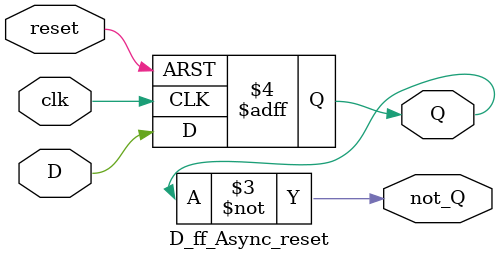
<source format=v>
module D_ff_Async_reset(
		input D ,
		input clk ,
		input reset ,
		output reg Q ,
		output not_Q
	);

	always @(posedge clk or negedge reset) begin
		if(!reset)
			Q <= 1'b0 ;
		else
			Q <= D ;
	end

	assign not_Q = ~Q ;

endmodule

</source>
